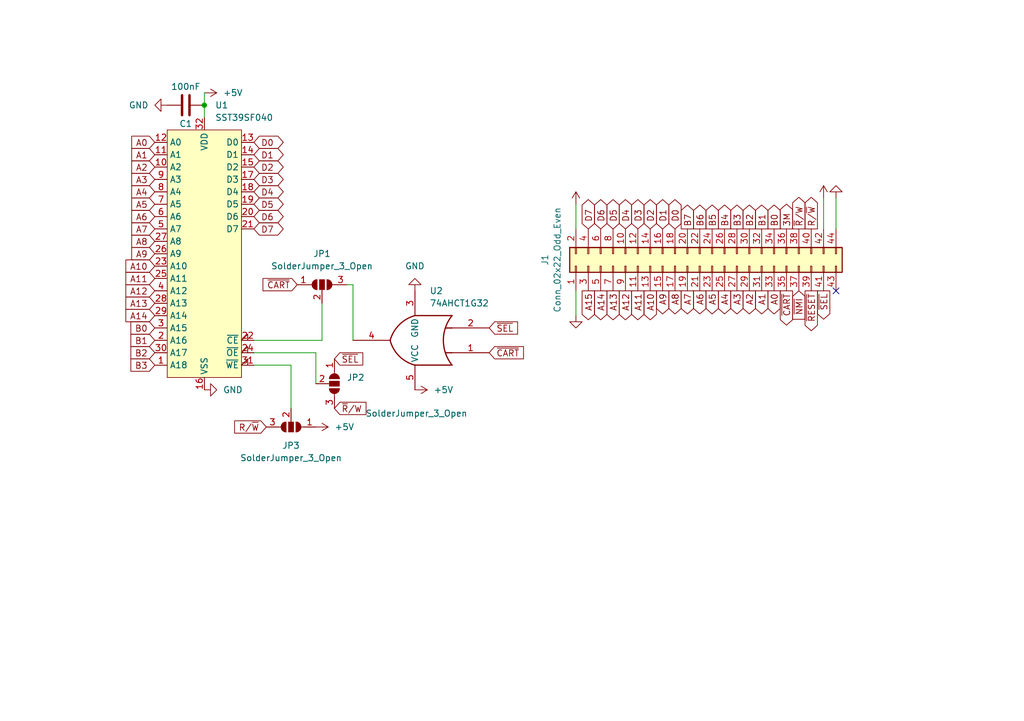
<source format=kicad_sch>
(kicad_sch (version 20231120) (generator "eeschema") (generator_version "8.0")
  (paper "A5")
  (lib_symbols
    (symbol "74xGxx:74AHCT1G32"
      (property "Reference" "U" (at -2.54 3.81 0))
      (property "Value" "74AHCT1G32" (at 0 -3.81 0))
      (symbol "74AHCT1G32_0_1"
        (arc (start -7.62 -5.08) (mid -5.838 0) (end -7.62 5.08) (stroke (width 0.254)))
        (arc (start 0 -5.08) (mid 3.1986 -3.2054) (end 5.08 0) (stroke (width 0.254)))
        (polyline (pts (xy -7.62 -2.54) (xy -6.35 -2.54)) (stroke (width 0.254)) (fill (type background)))
        (polyline (pts (xy -7.62 2.54) (xy -6.35 2.54)) (stroke (width 0.254)) (fill (type background)))
        (polyline (pts (xy 0 -5.08) (xy -7.62 -5.08)) (stroke (width 0.254)) (fill (type background)))
        (polyline (pts (xy 0 5.08) (xy -7.62 5.08)) (stroke (width 0.254)) (fill (type background)))
        (arc (start 5.08 0) (mid 3.2238 3.2304) (end 0 5.08) (stroke (width 0.254)))
      )
      (symbol "74AHCT1G32_1_1"
        (pin input line (at -15.24 2.54 0) (length 7.62) (name "~") (number "1"))
        (pin input line (at -15.24 -2.54 0) (length 7.62) (name "~") (number "2"))
        (pin power_in line (at 0 -10.16 90) (length 5.08) (name "GND") (number "3"))
        (pin output line (at 12.7 0 180) (length 7.62) (name "~") (number "4"))
        (pin power_in line (at 0 10.16 270) (length 5.08) (name "VCC") (number "5"))
      )
    )
    (symbol "Connector_Generic:Conn_02x22_Odd_Even" (pin_names (offset 1.016) hide)
      (property "Reference" "J" (at 1.27 27.94 0))
      (property "Value" "Conn_02x22_Odd_Even" (at 1.27 -30.48 0))
      (symbol "Conn_02x22_Odd_Even_1_1"
        (rectangle (start -1.27 -27.813) (end 0 -28.067) (stroke (width 0.1524)))
        (rectangle (start -1.27 -25.273) (end 0 -25.527) (stroke (width 0.1524)))
        (rectangle (start -1.27 -22.733) (end 0 -22.987) (stroke (width 0.1524)))
        (rectangle (start -1.27 -20.193) (end 0 -20.447) (stroke (width 0.1524)))
        (rectangle (start -1.27 -17.653) (end 0 -17.907) (stroke (width 0.1524)))
        (rectangle (start -1.27 -15.113) (end 0 -15.367) (stroke (width 0.1524)))
        (rectangle (start -1.27 -12.573) (end 0 -12.827) (stroke (width 0.1524)))
        (rectangle (start -1.27 -10.033) (end 0 -10.287) (stroke (width 0.1524)))
        (rectangle (start -1.27 -7.493) (end 0 -7.747) (stroke (width 0.1524)))
        (rectangle (start -1.27 -4.953) (end 0 -5.207) (stroke (width 0.1524)))
        (rectangle (start -1.27 -2.413) (end 0 -2.667) (stroke (width 0.1524)))
        (rectangle (start -1.27 0.127) (end 0 -0.127) (stroke (width 0.1524)))
        (rectangle (start -1.27 2.667) (end 0 2.413) (stroke (width 0.1524)))
        (rectangle (start -1.27 5.207) (end 0 4.953) (stroke (width 0.1524)))
        (rectangle (start -1.27 7.747) (end 0 7.493) (stroke (width 0.1524)))
        (rectangle (start -1.27 10.287) (end 0 10.033) (stroke (width 0.1524)))
        (rectangle (start -1.27 12.827) (end 0 12.573) (stroke (width 0.1524)))
        (rectangle (start -1.27 15.367) (end 0 15.113) (stroke (width 0.1524)))
        (rectangle (start -1.27 17.907) (end 0 17.653) (stroke (width 0.1524)))
        (rectangle (start -1.27 20.447) (end 0 20.193) (stroke (width 0.1524)))
        (rectangle (start -1.27 22.987) (end 0 22.733) (stroke (width 0.1524)))
        (rectangle (start -1.27 25.527) (end 0 25.273) (stroke (width 0.1524)))
        (rectangle (start -1.27 26.67) (end 3.81 -29.21) (stroke (width 0.254)) (fill (type background)))
        (rectangle (start 3.81 -27.813) (end 2.54 -28.067) (stroke (width 0.1524)))
        (rectangle (start 3.81 -25.273) (end 2.54 -25.527) (stroke (width 0.1524)))
        (rectangle (start 3.81 -22.733) (end 2.54 -22.987) (stroke (width 0.1524)))
        (rectangle (start 3.81 -20.193) (end 2.54 -20.447) (stroke (width 0.1524)))
        (rectangle (start 3.81 -17.653) (end 2.54 -17.907) (stroke (width 0.1524)))
        (rectangle (start 3.81 -15.113) (end 2.54 -15.367) (stroke (width 0.1524)))
        (rectangle (start 3.81 -12.573) (end 2.54 -12.827) (stroke (width 0.1524)))
        (rectangle (start 3.81 -10.033) (end 2.54 -10.287) (stroke (width 0.1524)))
        (rectangle (start 3.81 -7.493) (end 2.54 -7.747) (stroke (width 0.1524)))
        (rectangle (start 3.81 -4.953) (end 2.54 -5.207) (stroke (width 0.1524)))
        (rectangle (start 3.81 -2.413) (end 2.54 -2.667) (stroke (width 0.1524)))
        (rectangle (start 3.81 0.127) (end 2.54 -0.127) (stroke (width 0.1524)))
        (rectangle (start 3.81 2.667) (end 2.54 2.413) (stroke (width 0.1524)))
        (rectangle (start 3.81 5.207) (end 2.54 4.953) (stroke (width 0.1524)))
        (rectangle (start 3.81 7.747) (end 2.54 7.493) (stroke (width 0.1524)))
        (rectangle (start 3.81 10.287) (end 2.54 10.033) (stroke (width 0.1524)))
        (rectangle (start 3.81 12.827) (end 2.54 12.573) (stroke (width 0.1524)))
        (rectangle (start 3.81 15.367) (end 2.54 15.113) (stroke (width 0.1524)))
        (rectangle (start 3.81 17.907) (end 2.54 17.653) (stroke (width 0.1524)))
        (rectangle (start 3.81 20.447) (end 2.54 20.193) (stroke (width 0.1524)))
        (rectangle (start 3.81 22.987) (end 2.54 22.733) (stroke (width 0.1524)))
        (rectangle (start 3.81 25.527) (end 2.54 25.273) (stroke (width 0.1524)))
        (pin passive line (at -5.08 25.4 0) (length 3.81) (name "Pin_1") (number "1"))
        (pin passive line (at 7.62 15.24 180) (length 3.81) (name "Pin_10") (number "10"))
        (pin passive line (at -5.08 12.7 0) (length 3.81) (name "Pin_11") (number "11"))
        (pin passive line (at 7.62 12.7 180) (length 3.81) (name "Pin_12") (number "12"))
        (pin passive line (at -5.08 10.16 0) (length 3.81) (name "Pin_13") (number "13"))
        (pin passive line (at 7.62 10.16 180) (length 3.81) (name "Pin_14") (number "14"))
        (pin passive line (at -5.08 7.62 0) (length 3.81) (name "Pin_15") (number "15"))
        (pin passive line (at 7.62 7.62 180) (length 3.81) (name "Pin_16") (number "16"))
        (pin passive line (at -5.08 5.08 0) (length 3.81) (name "Pin_17") (number "17"))
        (pin passive line (at 7.62 5.08 180) (length 3.81) (name "Pin_18") (number "18"))
        (pin passive line (at -5.08 2.54 0) (length 3.81) (name "Pin_19") (number "19"))
        (pin passive line (at 7.62 25.4 180) (length 3.81) (name "Pin_2") (number "2"))
        (pin passive line (at 7.62 2.54 180) (length 3.81) (name "Pin_20") (number "20"))
        (pin passive line (at -5.08 0 0) (length 3.81) (name "Pin_21") (number "21"))
        (pin passive line (at 7.62 0 180) (length 3.81) (name "Pin_22") (number "22"))
        (pin passive line (at -5.08 -2.54 0) (length 3.81) (name "Pin_23") (number "23"))
        (pin passive line (at 7.62 -2.54 180) (length 3.81) (name "Pin_24") (number "24"))
        (pin passive line (at -5.08 -5.08 0) (length 3.81) (name "Pin_25") (number "25"))
        (pin passive line (at 7.62 -5.08 180) (length 3.81) (name "Pin_26") (number "26"))
        (pin passive line (at -5.08 -7.62 0) (length 3.81) (name "Pin_27") (number "27"))
        (pin passive line (at 7.62 -7.62 180) (length 3.81) (name "Pin_28") (number "28"))
        (pin passive line (at -5.08 -10.16 0) (length 3.81) (name "Pin_29") (number "29"))
        (pin passive line (at -5.08 22.86 0) (length 3.81) (name "Pin_3") (number "3"))
        (pin passive line (at 7.62 -10.16 180) (length 3.81) (name "Pin_30") (number "30"))
        (pin passive line (at -5.08 -12.7 0) (length 3.81) (name "Pin_31") (number "31"))
        (pin passive line (at 7.62 -12.7 180) (length 3.81) (name "Pin_32") (number "32"))
        (pin passive line (at -5.08 -15.24 0) (length 3.81) (name "Pin_33") (number "33"))
        (pin passive line (at 7.62 -15.24 180) (length 3.81) (name "Pin_34") (number "34"))
        (pin passive line (at -5.08 -17.78 0) (length 3.81) (name "Pin_35") (number "35"))
        (pin passive line (at 7.62 -17.78 180) (length 3.81) (name "Pin_36") (number "36"))
        (pin passive line (at -5.08 -20.32 0) (length 3.81) (name "Pin_37") (number "37"))
        (pin passive line (at 7.62 -20.32 180) (length 3.81) (name "Pin_38") (number "38"))
        (pin passive line (at -5.08 -22.86 0) (length 3.81) (name "Pin_39") (number "39"))
        (pin passive line (at 7.62 22.86 180) (length 3.81) (name "Pin_4") (number "4"))
        (pin passive line (at 7.62 -22.86 180) (length 3.81) (name "Pin_40") (number "40"))
        (pin passive line (at -5.08 -25.4 0) (length 3.81) (name "Pin_41") (number "41"))
        (pin passive line (at 7.62 -25.4 180) (length 3.81) (name "Pin_42") (number "42"))
        (pin passive line (at -5.08 -27.94 0) (length 3.81) (name "Pin_43") (number "43"))
        (pin passive line (at 7.62 -27.94 180) (length 3.81) (name "Pin_44") (number "44"))
        (pin passive line (at -5.08 20.32 0) (length 3.81) (name "Pin_5") (number "5"))
        (pin passive line (at 7.62 20.32 180) (length 3.81) (name "Pin_6") (number "6"))
        (pin passive line (at -5.08 17.78 0) (length 3.81) (name "Pin_7") (number "7"))
        (pin passive line (at 7.62 17.78 180) (length 3.81) (name "Pin_8") (number "8"))
        (pin passive line (at -5.08 15.24 0) (length 3.81) (name "Pin_9") (number "9"))
      )
    )
    (symbol "Device:C" (pin_numbers hide) (pin_names (offset 0.254))
      (property "Reference" "C" (at 0.635 2.54 0))
      (property "Value" "C" (at 0.635 -2.54 0))
      (symbol "C_0_1"
        (polyline (pts (xy -2.032 -0.762) (xy 2.032 -0.762)) (stroke (width 0.508)))
        (polyline (pts (xy -2.032 0.762) (xy 2.032 0.762)) (stroke (width 0.508)))
      )
      (symbol "C_1_1"
        (pin passive line (at 0 3.81 270) (length 2.794) (name "~") (number "1"))
        (pin passive line (at 0 -3.81 90) (length 2.794) (name "~") (number "2"))
      )
    )
    (symbol "Jumper:SolderJumper_3_Open" (pin_names (offset 0) hide) (exclude_from_sim yes) (in_bom no)
      (property "Reference" "JP" (at -2.54 -2.54 0))
      (property "Value" "SolderJumper_3_Open" (at 0 2.794 0))
      (symbol "SolderJumper_3_Open_0_1"
        (arc (start -1.016 1.016) (mid -2.0276 0) (end -1.016 -1.016))
        (arc (start -1.016 1.016) (mid -2.0276 0) (end -1.016 -1.016) (fill (type outline)))
        (rectangle (start -0.508 1.016) (end 0.508 -1.016) (fill (type outline)))
        (polyline (pts (xy -2.54 0) (xy -2.032 0)))
        (polyline (pts (xy -1.016 1.016) (xy -1.016 -1.016)))
        (polyline (pts (xy 0 -1.27) (xy 0 -1.016)))
        (polyline (pts (xy 1.016 1.016) (xy 1.016 -1.016)))
        (polyline (pts (xy 2.54 0) (xy 2.032 0)))
        (arc (start 1.016 -1.016) (mid 2.0276 0) (end 1.016 1.016))
        (arc (start 1.016 -1.016) (mid 2.0276 0) (end 1.016 1.016) (fill (type outline)))
      )
      (symbol "SolderJumper_3_Open_1_1"
        (pin passive line (at -5.08 0 0) (length 2.54) (name "A") (number "1"))
        (pin passive line (at 0 -3.81 90) (length 2.54) (name "C") (number "2"))
        (pin passive line (at 5.08 0 180) (length 2.54) (name "B") (number "3"))
      )
    )
    (symbol "Memory_Lib:SST39SF040"
      (property "Reference" "U" (at 11.43 54.61 0))
      (property "Value" "SST39SF040" (at 19.05 52.07 0))
      (symbol "SST39SF040_1_1"
        (rectangle (start 0 50.8) (end 15.24 0) (fill (type background)))
        (pin input line (at -2.54 2.54 0) (length 2.54) (name "A18") (number "1"))
        (pin input line (at -2.54 43.18 0) (length 2.54) (name "A2") (number "10"))
        (pin input line (at -2.54 45.72 0) (length 2.54) (name "A1") (number "11"))
        (pin input line (at -2.54 48.26 0) (length 2.54) (name "A0") (number "12"))
        (pin bidirectional line (at 17.78 48.26 180) (length 2.54) (name "D0") (number "13"))
        (pin bidirectional line (at 17.78 45.72 180) (length 2.54) (name "D1") (number "14"))
        (pin bidirectional line (at 17.78 43.18 180) (length 2.54) (name "D2") (number "15"))
        (pin power_in line (at 7.62 -2.54 90) (length 2.54) (name "VSS") (number "16"))
        (pin bidirectional line (at 17.78 40.64 180) (length 2.54) (name "D3") (number "17"))
        (pin bidirectional line (at 17.78 38.1 180) (length 2.54) (name "D4") (number "18"))
        (pin bidirectional line (at 17.78 35.56 180) (length 2.54) (name "D5") (number "19"))
        (pin input line (at -2.54 7.62 0) (length 2.54) (name "A16") (number "2"))
        (pin bidirectional line (at 17.78 33.02 180) (length 2.54) (name "D6") (number "20"))
        (pin bidirectional line (at 17.78 30.48 180) (length 2.54) (name "D7") (number "21"))
        (pin input input_low (at 17.78 7.62 180) (length 2.54) (name "~{CE}") (number "22"))
        (pin input line (at -2.54 22.86 0) (length 2.54) (name "A10") (number "23"))
        (pin input input_low (at 17.78 5.08 180) (length 2.54) (name "~{OE}") (number "24"))
        (pin input line (at -2.54 20.32 0) (length 2.54) (name "A11") (number "25"))
        (pin input line (at -2.54 25.4 0) (length 2.54) (name "A9") (number "26"))
        (pin input line (at -2.54 27.94 0) (length 2.54) (name "A8") (number "27"))
        (pin input line (at -2.54 15.24 0) (length 2.54) (name "A13") (number "28"))
        (pin input line (at -2.54 12.7 0) (length 2.54) (name "A14") (number "29"))
        (pin input line (at -2.54 10.16 0) (length 2.54) (name "A15") (number "3"))
        (pin input line (at -2.54 5.08 0) (length 2.54) (name "A17") (number "30"))
        (pin input input_low (at 17.78 2.54 180) (length 2.54) (name "~{WE}") (number "31"))
        (pin power_in line (at 7.62 53.34 270) (length 2.54) (name "VDD") (number "32"))
        (pin input line (at -2.54 17.78 0) (length 2.54) (name "A12") (number "4"))
        (pin input line (at -2.54 30.48 0) (length 2.54) (name "A7") (number "5"))
        (pin input line (at -2.54 33.02 0) (length 2.54) (name "A6") (number "6"))
        (pin input line (at -2.54 35.56 0) (length 2.54) (name "A5") (number "7"))
        (pin input line (at -2.54 38.1 0) (length 2.54) (name "A4") (number "8"))
        (pin input line (at -2.54 40.64 0) (length 2.54) (name "A3") (number "9"))
      )
    )
    (symbol "power:+5V" (power) (pin_names (offset 0))
      (property "Value" "+5V" (at 0 3.556 0))
      (symbol "+5V_0_1"
        (polyline (pts (xy -0.762 1.27) (xy 0 2.54)))
        (polyline (pts (xy 0 0) (xy 0 2.54)))
        (polyline (pts (xy 0 2.54) (xy 0.762 1.27)))
      )
      (symbol "+5V_1_1"
        (pin power_in line (at 0 0 90) (length 0) hide (name "+5V") (number "1"))
      )
    )
    (symbol "power:GND" (power) (pin_names (offset 0))
      (property "Value" "GND" (at 0 -3.81 0))
      (symbol "GND_0_1"
        (polyline (pts (xy 0 0) (xy 0 -1.27) (xy 1.27 -1.27) (xy 0 -2.54) (xy -1.27 -1.27) (xy 0 -1.27)))
      )
      (symbol "GND_1_1"
        (pin power_in line (at 0 0 270) (length 0) hide (name "GND") (number "1"))
      )
    )
  )
  (junction (at 41.91 21.59))
  (no_connect (at 171.45 59.69))
  (wire (pts (xy 66.04 69.85) (xy 52.07 69.85)))
  (wire (pts (xy 118.11 41.91) (xy 118.11 46.99)))
  (wire (pts (xy 64.77 78.74) (xy 64.77 72.39)))
  (wire (pts (xy 71.12 58.42) (xy 72.39 58.42)))
  (wire (pts (xy 72.39 58.42) (xy 72.39 69.85)))
  (wire (pts (xy 41.91 21.59) (xy 41.91 24.13)))
  (wire (pts (xy 52.07 72.39) (xy 64.77 72.39)))
  (wire (pts (xy 168.91 40.64) (xy 168.91 46.99)))
  (wire (pts (xy 66.04 62.23) (xy 66.04 69.85)))
  (wire (pts (xy 171.45 40.64) (xy 171.45 46.99)))
  (wire (pts (xy 118.11 64.77) (xy 118.11 59.69)))
  (wire (pts (xy 41.91 19.05) (xy 41.91 21.59)))
  (wire (pts (xy 59.69 83.82) (xy 59.69 74.93)))
  (wire (pts (xy 59.69 74.93) (xy 52.07 74.93)))
  (global_label "A3" (shape output) (at 151.13 59.69 270) (property "Intersheetrefs" "${INTERSHEET_REFS}" (effects (hide yes))))
  (global_label "A8" (shape input) (at 31.75 49.53 180) (property "Intersheetrefs" "${INTERSHEET_REFS}" (effects (hide yes))))
  (global_label "D0" (shape bidirectional) (at 52.07 29.21 0) (property "Intersheetrefs" "${INTERSHEET_REFS}" (effects (hide yes))))
  (global_label "A11" (shape output) (at 130.81 59.69 270) (property "Intersheetrefs" "${INTERSHEET_REFS}" (effects (hide yes))))
  (global_label "A6" (shape input) (at 31.75 44.45 180) (property "Intersheetrefs" "${INTERSHEET_REFS}" (effects (hide yes))))
  (global_label "D4" (shape bidirectional) (at 52.07 39.37 0) (property "Intersheetrefs" "${INTERSHEET_REFS}" (effects (hide yes))))
  (global_label "A4" (shape output) (at 148.59 59.69 270) (property "Intersheetrefs" "${INTERSHEET_REFS}" (effects (hide yes))))
  (global_label "~{SEL}" (shape input) (at 68.58 73.66 0) (property "Intersheetrefs" "${INTERSHEET_REFS}" (effects (hide yes))))
  (global_label "D2" (shape bidirectional) (at 52.07 34.29 0) (property "Intersheetrefs" "${INTERSHEET_REFS}" (effects (hide yes))))
  (global_label "R{slash}~{W}" (shape input) (at 54.61 87.63 180) (property "Intersheetrefs" "${INTERSHEET_REFS}" (effects (hide yes))))
  (global_label "D1" (shape bidirectional) (at 52.07 31.75 0) (property "Intersheetrefs" "${INTERSHEET_REFS}" (effects (hide yes))))
  (global_label "D3" (shape bidirectional) (at 130.81 46.99 90) (property "Intersheetrefs" "${INTERSHEET_REFS}" (effects (hide yes))))
  (global_label "R{slash}~{W}" (shape output) (at 166.37 46.99 90) (property "Intersheetrefs" "${INTERSHEET_REFS}" (effects (hide yes))))
  (global_label "D4" (shape bidirectional) (at 128.27 46.99 90) (property "Intersheetrefs" "${INTERSHEET_REFS}" (effects (hide yes))))
  (global_label "A7" (shape input) (at 31.75 46.99 180) (property "Intersheetrefs" "${INTERSHEET_REFS}" (effects (hide yes))))
  (global_label "~{CART}" (shape output) (at 161.29 59.69 270) (property "Intersheetrefs" "${INTERSHEET_REFS}" (effects (hide yes))))
  (global_label "A0" (shape input) (at 31.75 29.21 180) (property "Intersheetrefs" "${INTERSHEET_REFS}" (effects (hide yes))))
  (global_label "A4" (shape input) (at 31.75 39.37 180) (property "Intersheetrefs" "${INTERSHEET_REFS}" (effects (hide yes))))
  (global_label "~{R}{slash}W" (shape output) (at 163.83 46.99 90) (property "Intersheetrefs" "${INTERSHEET_REFS}" (effects (hide yes))))
  (global_label "A13" (shape output) (at 125.73 59.69 270) (property "Intersheetrefs" "${INTERSHEET_REFS}" (effects (hide yes))))
  (global_label "A0" (shape output) (at 158.75 59.69 270) (property "Intersheetrefs" "${INTERSHEET_REFS}" (effects (hide yes))))
  (global_label "~{CART}" (shape input) (at 100.33 72.39 0) (property "Intersheetrefs" "${INTERSHEET_REFS}" (effects (hide yes))))
  (global_label "D7" (shape bidirectional) (at 120.65 46.99 90) (property "Intersheetrefs" "${INTERSHEET_REFS}" (effects (hide yes))))
  (global_label "B4" (shape output) (at 148.59 46.99 90) (property "Intersheetrefs" "${INTERSHEET_REFS}" (effects (hide yes))))
  (global_label "B2" (shape input) (at 31.75 72.39 180) (property "Intersheetrefs" "${INTERSHEET_REFS}" (effects (hide yes))))
  (global_label "A2" (shape output) (at 153.67 59.69 270) (property "Intersheetrefs" "${INTERSHEET_REFS}" (effects (hide yes))))
  (global_label "~{SEL}" (shape output) (at 168.91 59.69 270) (property "Intersheetrefs" "${INTERSHEET_REFS}" (effects (hide yes))))
  (global_label "B0" (shape input) (at 31.75 67.31 180) (property "Intersheetrefs" "${INTERSHEET_REFS}" (effects (hide yes))))
  (global_label "A5" (shape input) (at 31.75 41.91 180) (property "Intersheetrefs" "${INTERSHEET_REFS}" (effects (hide yes))))
  (global_label "B0" (shape output) (at 158.75 46.99 90) (property "Intersheetrefs" "${INTERSHEET_REFS}" (effects (hide yes))))
  (global_label "A6" (shape output) (at 143.51 59.69 270) (property "Intersheetrefs" "${INTERSHEET_REFS}" (effects (hide yes))))
  (global_label "A1" (shape input) (at 31.75 31.75 180) (property "Intersheetrefs" "${INTERSHEET_REFS}" (effects (hide yes))))
  (global_label "~{R}{slash}W" (shape input) (at 68.58 83.82 0) (property "Intersheetrefs" "${INTERSHEET_REFS}" (effects (hide yes))))
  (global_label "D1" (shape bidirectional) (at 135.89 46.99 90) (property "Intersheetrefs" "${INTERSHEET_REFS}" (effects (hide yes))))
  (global_label "B7" (shape output) (at 140.97 46.99 90) (property "Intersheetrefs" "${INTERSHEET_REFS}" (effects (hide yes))))
  (global_label "D3" (shape bidirectional) (at 52.07 36.83 0) (property "Intersheetrefs" "${INTERSHEET_REFS}" (effects (hide yes))))
  (global_label "D7" (shape bidirectional) (at 52.07 46.99 0) (property "Intersheetrefs" "${INTERSHEET_REFS}" (effects (hide yes))))
  (global_label "A12" (shape output) (at 128.27 59.69 270) (property "Intersheetrefs" "${INTERSHEET_REFS}" (effects (hide yes))))
  (global_label "A12" (shape input) (at 31.75 59.69 180) (property "Intersheetrefs" "${INTERSHEET_REFS}" (effects (hide yes))))
  (global_label "B2" (shape output) (at 153.67 46.99 90) (property "Intersheetrefs" "${INTERSHEET_REFS}" (effects (hide yes))))
  (global_label "B1" (shape output) (at 156.21 46.99 90) (property "Intersheetrefs" "${INTERSHEET_REFS}" (effects (hide yes))))
  (global_label "D5" (shape bidirectional) (at 52.07 41.91 0) (property "Intersheetrefs" "${INTERSHEET_REFS}" (effects (hide yes))))
  (global_label "A14" (shape input) (at 31.75 64.77 180) (property "Intersheetrefs" "${INTERSHEET_REFS}" (effects (hide yes))))
  (global_label "~{CART}" (shape input) (at 60.96 58.42 180) (property "Intersheetrefs" "${INTERSHEET_REFS}" (effects (hide yes))))
  (global_label "A15" (shape output) (at 120.65 59.69 270) (property "Intersheetrefs" "${INTERSHEET_REFS}" (effects (hide yes))))
  (global_label "A7" (shape output) (at 140.97 59.69 270) (property "Intersheetrefs" "${INTERSHEET_REFS}" (effects (hide yes))))
  (global_label "D2" (shape bidirectional) (at 133.35 46.99 90) (property "Intersheetrefs" "${INTERSHEET_REFS}" (effects (hide yes))))
  (global_label "A8" (shape output) (at 138.43 59.69 270) (property "Intersheetrefs" "${INTERSHEET_REFS}" (effects (hide yes))))
  (global_label "B6" (shape output) (at 143.51 46.99 90) (property "Intersheetrefs" "${INTERSHEET_REFS}" (effects (hide yes))))
  (global_label "A9" (shape output) (at 135.89 59.69 270) (property "Intersheetrefs" "${INTERSHEET_REFS}" (effects (hide yes))))
  (global_label "A1" (shape output) (at 156.21 59.69 270) (property "Intersheetrefs" "${INTERSHEET_REFS}" (effects (hide yes))))
  (global_label "D5" (shape bidirectional) (at 125.73 46.99 90) (property "Intersheetrefs" "${INTERSHEET_REFS}" (effects (hide yes))))
  (global_label "~{RESET}" (shape output) (at 166.37 59.69 270) (property "Intersheetrefs" "${INTERSHEET_REFS}" (effects (hide yes))))
  (global_label "D6" (shape bidirectional) (at 123.19 46.99 90) (property "Intersheetrefs" "${INTERSHEET_REFS}" (effects (hide yes))))
  (global_label "A9" (shape input) (at 31.75 52.07 180) (property "Intersheetrefs" "${INTERSHEET_REFS}" (effects (hide yes))))
  (global_label "~{NMI}" (shape input) (at 163.83 59.69 270) (property "Intersheetrefs" "${INTERSHEET_REFS}" (effects (hide yes))))
  (global_label "A10" (shape output) (at 133.35 59.69 270) (property "Intersheetrefs" "${INTERSHEET_REFS}" (effects (hide yes))))
  (global_label "B3" (shape input) (at 31.75 74.93 180) (property "Intersheetrefs" "${INTERSHEET_REFS}" (effects (hide yes))))
  (global_label "A14" (shape output) (at 123.19 59.69 270) (property "Intersheetrefs" "${INTERSHEET_REFS}" (effects (hide yes))))
  (global_label "D6" (shape bidirectional) (at 52.07 44.45 0) (property "Intersheetrefs" "${INTERSHEET_REFS}" (effects (hide yes))))
  (global_label "A5" (shape output) (at 146.05 59.69 270) (property "Intersheetrefs" "${INTERSHEET_REFS}" (effects (hide yes))))
  (global_label "B1" (shape input) (at 31.75 69.85 180) (property "Intersheetrefs" "${INTERSHEET_REFS}" (effects (hide yes))))
  (global_label "3M" (shape output) (at 161.29 46.99 90) (property "Intersheetrefs" "${INTERSHEET_REFS}" (effects (hide yes))))
  (global_label "A11" (shape input) (at 31.75 57.15 180) (property "Intersheetrefs" "${INTERSHEET_REFS}" (effects (hide yes))))
  (global_label "A10" (shape input) (at 31.75 54.61 180) (property "Intersheetrefs" "${INTERSHEET_REFS}" (effects (hide yes))))
  (global_label "B3" (shape output) (at 151.13 46.99 90) (property "Intersheetrefs" "${INTERSHEET_REFS}" (effects (hide yes))))
  (global_label "B5" (shape output) (at 146.05 46.99 90) (property "Intersheetrefs" "${INTERSHEET_REFS}" (effects (hide yes))))
  (global_label "D0" (shape bidirectional) (at 138.43 46.99 90) (property "Intersheetrefs" "${INTERSHEET_REFS}" (effects (hide yes))))
  (global_label "A13" (shape input) (at 31.75 62.23 180) (property "Intersheetrefs" "${INTERSHEET_REFS}" (effects (hide yes))))
  (global_label "~{SEL}" (shape input) (at 100.33 67.31 0) (property "Intersheetrefs" "${INTERSHEET_REFS}" (effects (hide yes))))
  (global_label "A3" (shape input) (at 31.75 36.83 180) (property "Intersheetrefs" "${INTERSHEET_REFS}" (effects (hide yes))))
  (global_label "A2" (shape input) (at 31.75 34.29 180) (property "Intersheetrefs" "${INTERSHEET_REFS}" (effects (hide yes))))
  (symbol (lib_id "Connector_Generic:Conn_02x22_Odd_Even") (at 143.51 54.61 90) (unit 1)
    (property "Reference" "J1" (at 111.76 53.34 0))
    (property "Value" "Conn_02x22_Odd_Even" (at 114.3 53.34 0))
    (property "Footprint" "Smal:KITTY_Cart_Edge" (effects (hide yes)))
  )
  (symbol (lib_id "74xGxx:74AHCT1G32") (at 85.09 69.85 180) (unit 1)
    (property "Reference" "U2" (at 88.1065 59.69 0) (effects (justify right)))
    (property "Value" "74AHCT1G32" (at 88.1065 62.23 0) (effects (justify right)))
    (property "Footprint" "Package_TO_SOT_SMD:SOT-23-5" (effects (hide yes)))
    (property "Datasheet" "http://www.ti.com/lit/sg/scyt129e/scyt129e.pdf" (effects (hide yes)))
    (property "Description" "Single OR Gate, Low-Voltage CMOS" (effects (hide yes)))
  )
  (symbol (lib_id "Device:C") (at 38.1 21.59 90) (unit 1)
    (property "Reference" "C1" (at 38.1 25.4 90))
    (property "Value" "100nF" (at 38.1 17.78 90))
    (property "Footprint" "Capacitor_THT:C_Disc_D3.0mm_W1.6mm_P2.50mm" (effects (hide yes)))
  )
  (symbol (lib_id "power:GND") (at 171.45 40.64 180) (unit 1)
    (property "Reference" "#PWR07" (effects (hide yes)))
    (property "Value" "GND" (effects (hide yes)))
  )
  (symbol (lib_id "Jumper:SolderJumper_3_Open") (at 66.04 58.42 0) (unit 1) (exclude_from_sim yes) (in_bom no)
    (property "Reference" "JP1" (at 66.04 52.07 0))
    (property "Value" "SolderJumper_3_Open" (at 66.04 54.61 0))
    (property "Footprint" "Jumper:SolderJumper-3_P1.3mm_Open_RoundedPad1.0x1.5mm" (effects (hide yes)))
    (property "Description" "Solder Jumper, 3-pole, open" (effects (hide yes)))
  )
  (symbol (lib_id "power:+5V") (at 168.91 40.64 0) (unit 1)
    (property "Reference" "#PWR08" (effects (hide yes)))
    (property "Value" "+5V" (effects (hide yes)))
  )
  (symbol (lib_id "power:GND") (at 34.29 21.59 270) (unit 1)
    (property "Reference" "#PWR01" (effects (hide yes)))
    (property "Value" "GND" (at 30.48 21.59 90) (effects (justify right)))
  )
  (symbol (lib_id "Jumper:SolderJumper_3_Open") (at 59.69 87.63 180) (unit 1) (exclude_from_sim yes) (in_bom no)
    (property "Reference" "JP3" (at 59.69 91.44 0))
    (property "Value" "SolderJumper_3_Open" (at 59.69 93.98 0))
    (property "Footprint" "Jumper:SolderJumper-3_P1.3mm_Open_RoundedPad1.0x1.5mm" (effects (hide yes)))
    (property "Description" "Solder Jumper, 3-pole, open" (effects (hide yes)))
  )
  (symbol (lib_id "power:+5V") (at 41.91 19.05 270) (unit 1)
    (property "Reference" "#PWR02" (effects (hide yes)))
    (property "Value" "+5V" (at 45.72 19.05 90) (effects (justify left)))
  )
  (symbol (lib_id "power:+5V") (at 64.77 87.63 270) (unit 1)
    (property "Reference" "#PWR04" (effects (hide yes)))
    (property "Value" "+5V" (at 68.58 87.6299 90) (effects (justify left)))
  )
  (symbol (lib_id "power:+5V") (at 85.09 80.01 270) (unit 1)
    (property "Reference" "#PWR09" (effects (hide yes)))
    (property "Value" "+5V" (at 88.9 80.0099 90) (effects (justify left)))
  )
  (symbol (lib_id "power:GND") (at 85.09 59.69 180) (unit 1)
    (property "Reference" "#PWR010" (effects (hide yes)))
    (property "Value" "GND" (at 85.09 54.61 0))
  )
  (symbol (lib_id "power:GND") (at 41.91 80.01 90) (unit 1)
    (property "Reference" "#PWR03" (effects (hide yes)))
    (property "Value" "GND" (at 45.72 80.01 90) (effects (justify right)))
  )
  (symbol (lib_id "power:+5V") (at 118.11 41.91 0) (unit 1)
    (property "Reference" "#PWR05" (effects (hide yes)))
    (property "Value" "+5V" (effects (hide yes)))
  )
  (symbol (lib_id "Jumper:SolderJumper_3_Open") (at 68.58 78.74 270) (unit 1) (exclude_from_sim yes) (in_bom no)
    (property "Reference" "JP2" (at 71.12 77.4699 90) (effects (justify left)))
    (property "Value" "SolderJumper_3_Open" (at 74.93 84.836 90) (effects (justify left)))
    (property "Footprint" "Jumper:SolderJumper-3_P1.3mm_Open_RoundedPad1.0x1.5mm" (effects (hide yes)))
    (property "Description" "Solder Jumper, 3-pole, open" (effects (hide yes)))
  )
  (symbol (lib_id "power:GND") (at 118.11 64.77 0) (unit 1)
    (property "Reference" "#PWR06" (effects (hide yes)))
    (property "Value" "GND" (effects (hide yes)))
  )
  (symbol (lib_id "Memory_Lib:SST39SF040") (at 34.29 77.47 0) (unit 1)
    (property "Reference" "U1" (at 44.1041 21.59 0) (effects (justify left)))
    (property "Value" "SST39SF040" (at 44.1041 24.13 0) (effects (justify left)))
    (property "Footprint" "PCM_Package_LCC_AKL:PLCC-32_THT-Socket" (effects (hide yes)))
    (property "Datasheet" "https://ww1.microchip.com/downloads/aemDocuments/documents/OTH/ProductDocuments/DataSheets/20005022C.pdf" (effects (hide yes)))
  )
)
</source>
